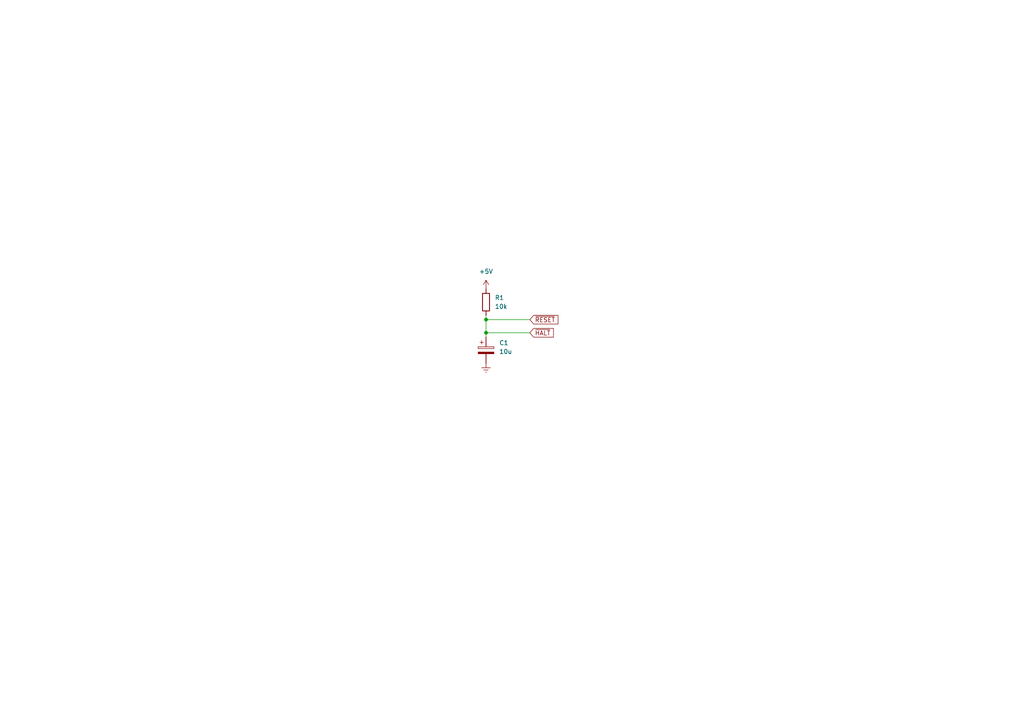
<source format=kicad_sch>
(kicad_sch (version 20211123) (generator eeschema)
  (paper "A4")
  (lib_symbols
    (symbol "Device:C_Polarized" (pin_numbers hide) (pin_names (offset 0.254))
      (property "Reference" "C" (at 0.635 2.54 0))
      (property "Value" "C_Polarized" (at 0.635 -2.54 0))
      (symbol "C_Polarized_0_1"
        (rectangle (start -2.286 0.508) (end 2.286 1.016))
        (polyline (pts (xy -1.778 2.286) (xy -0.762 2.286)))
        (polyline (pts (xy -1.27 2.794) (xy -1.27 1.778)))
        (rectangle (start 2.286 -0.508) (end -2.286 -1.016) (fill (type outline)))
      )
      (symbol "C_Polarized_1_1"
        (pin passive line (at 0 3.81 270) (length 2.794) (name "~") (number "1"))
        (pin passive line (at 0 -3.81 90) (length 2.794) (name "~") (number "2"))
      )
    )
    (symbol "Device:R" (pin_numbers hide) (pin_names (offset 0))
      (property "Reference" "R" (at 2.032 0 90))
      (property "Value" "R" (at 0 0 90))
      (symbol "R_0_1"
        (rectangle (start -1.016 -2.54) (end 1.016 2.54) (stroke (width 0.254)))
      )
      (symbol "R_1_1"
        (pin passive line (at 0 3.81 270) (length 1.27) (name "~") (number "1"))
        (pin passive line (at 0 -3.81 90) (length 1.27) (name "~") (number "2"))
      )
    )
    (symbol "power:+5V" (power) (pin_names (offset 0))
      (property "Value" "+5V" (at 0 3.556 0))
      (symbol "+5V_0_1"
        (polyline (pts (xy -0.762 1.27) (xy 0 2.54)))
        (polyline (pts (xy 0 0) (xy 0 2.54)))
        (polyline (pts (xy 0 2.54) (xy 0.762 1.27)))
      )
      (symbol "+5V_1_1"
        (pin power_in line (at 0 0 90) (length 0) hide (name "+5V") (number "1"))
      )
    )
    (symbol "power:Earth" (power) (pin_names (offset 0))
      (symbol "Earth_0_1"
        (polyline (pts (xy -0.635 -1.905) (xy 0.635 -1.905)))
        (polyline (pts (xy -0.127 -2.54) (xy 0.127 -2.54)))
        (polyline (pts (xy 0 -1.27) (xy 0 0)))
        (polyline (pts (xy 1.27 -1.27) (xy -1.27 -1.27)))
      )
      (symbol "Earth_1_1"
        (pin power_in line (at 0 0 270) (length 0) hide (name "Earth") (number "1"))
      )
    )
  )
  (junction (at 140.97 96.52))
  (junction (at 140.97 92.71))
  (wire (pts (xy 140.97 91.44) (xy 140.97 92.71)))
  (wire (pts (xy 140.97 92.71) (xy 140.97 96.52)))
  (wire (pts (xy 140.97 96.52) (xy 153.67 96.52)))
  (wire (pts (xy 140.97 92.71) (xy 153.67 92.71)))
  (wire (pts (xy 140.97 96.52) (xy 140.97 97.79)))
  (global_label "~{HALT}" (shape input) (at 153.67 96.52 0) (property "Intersheet References" "${INTERSHEET_REFS}" (effects hide)))
  (global_label "~{RESET}" (shape input) (at 153.67 92.71 0) (property "Intersheet References" "${INTERSHEET_REFS}" (effects hide)))
  (symbol (lib_id "Device:C_Polarized") (at 140.97 101.6 0) (unit 1)
    (property "Reference" "C1" (at 144.78 99.4409 0) (effects (justify left)))
    (property "Value" "10u" (at 144.78 101.9809 0) (effects (justify left)))
  )
  (symbol (lib_id "power:+5V") (at 140.97 83.82 0) (unit 1)
    (property "Reference" "#PWR01" (effects hide))
    (property "Value" "+5V" (at 140.97 78.74 0))
  )
  (symbol (lib_id "power:Earth") (at 140.97 105.41 0) (unit 1)
    (property "Reference" "#PWR02" (effects hide))
    (property "Value" "Earth" (effects hide))
  )
  (symbol (lib_id "Device:R") (at 140.97 87.63 0) (unit 1)
    (property "Reference" "R1" (at 143.51 86.3599 0) (effects (justify left)))
    (property "Value" "10k" (at 143.51 88.8999 0) (effects (justify left)))
  )
)
</source>
